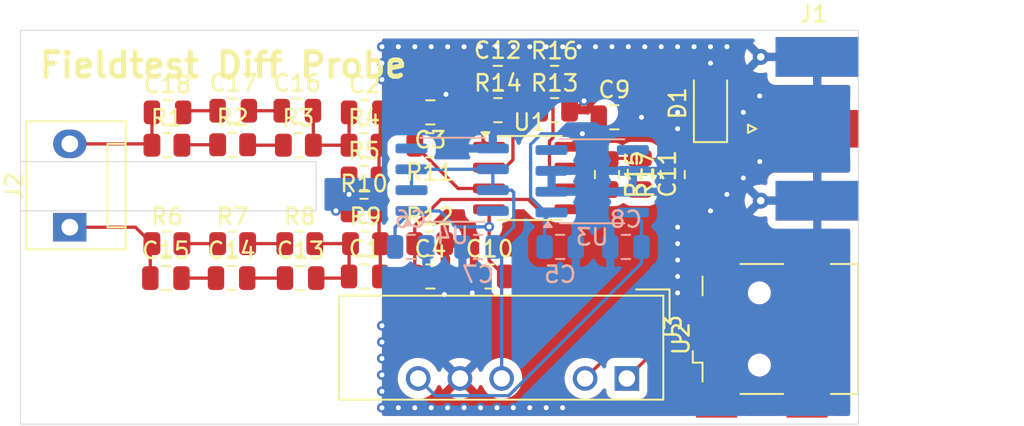
<source format=kicad_pcb>
(kicad_pcb (version 20240108) (generator "pcbnew") (generator_version "8.0")
  (layers (0 "F.Cu" signal) (31 "B.Cu" signal) (34 "B.Paste" user) (35 "F.Paste" user) (36 "B.SilkS" user "B.Silkscreen") (37 "F.SilkS" user "F.Silkscreen") (38 "B.Mask" user) (39 "F.Mask" user) (44 "Edge.Cuts" user))
  (net 0 "")
  (net 1 "Net-(C1-Pad1)")
  (net 2 "Net-(U1B-+)")
  (net 3 "Net-(C16-Pad2)")
  (net 4 "Net-(U1A-+)")
  (net 5 "GND")
  (net 6 "Net-(U1C-V+)")
  (net 7 "Net-(U1C-V-)")
  (net 8 "Net-(U2--Vout)")
  (net 9 "Net-(U2-+Vout)")
  (net 10 "Net-(D1-A1)")
  (net 11 "Net-(J2-Pin_1)")
  (net 12 "Net-(J2-Pin_3)")
  (net 13 "D_N")
  (net 14 "GNDD")
  (net 15 "Net-(J3-VBUS)")
  (net 16 "D_P")
  (net 17 "Net-(R1-Pad2)")
  (net 18 "Net-(R2-Pad2)")
  (net 19 "Net-(R6-Pad2)")
  (net 20 "Net-(R7-Pad2)")
  (net 21 "Net-(U1A--)")
  (net 22 "Net-(C11-Pad1)")
  (net 23 "Net-(C12-Pad1)")
  (net 24 "Net-(U1B--)")
  (net 29 "Net-(C13-Pad1)")
  (net 30 "Net-(C14-Pad1)")
  (net 31 "Net-(C16-Pad1)")
  (net 32 "Net-(C17-Pad1)")
  (footprint "Resistor_SMD:R_0805_2012Metric" (layer "F.Cu") (at 124.5125 85.865)
    (property "Reference" "R13" (at 0 -1.65 0) (layer "F.SilkS"))
    (property "Value" "10k")
    (fp_line (start -0.227064 -0.735) (end 0.227064 -0.735) (stroke (width 0.12)) (layer "F.SilkS"))
    (fp_line (start -0.227064 0.735) (end 0.227064 0.735) (stroke (width 0.12)) (layer "F.SilkS"))
    (pad "1" smd roundrect (at -0.9125 0) (size 1.025 1.4) (layers "F.Cu" "F.Paste" "F.Mask") (roundrect_rratio 0.243902) (net 21 "Net-(U1A--)"))
    (pad "2" smd roundrect (at 0.9125 0) (size 1.025 1.4) (layers "F.Cu" "F.Paste" "F.Mask") (roundrect_rratio 0.243902) (net 5 "GND"))
  )
  (footprint "Connector_Coaxial:SMA_Molex_73251-1153_EdgeMount_Horizontal" (layer "F.Cu") (at 138.78 87 180)
    (property "Reference" "J1" (at -1.5 7 0) (layer "F.SilkS"))
    (property "Value" "Conn_Coaxial")
    (fp_line (start 2.5 0.25) (end 2 0) (stroke (width 0.12)) (layer "F.SilkS"))
    (fp_line (start 2.5 -0.25) (end 2.5 0.25) (stroke (width 0.12)) (layer "F.SilkS"))
    (fp_line (start 2 0) (end 2.5 -0.25) (stroke (width 0.12)) (layer "F.SilkS"))
    (pad "1" smd rect (at -1.72 0 180) (size 5.08 2.29) (layers "F.Cu" "F.Paste" "F.Mask") (net 10 "Net-(D1-A1)"))
    (pad "2" smd rect (at -1.72 -4.38 180) (size 5.08 2.42) (layers "F.Cu" "F.Paste" "F.Mask") (net 5 "GND"))
    (pad "2" smd rect (at -1.72 -4.38 180) (size 5.08 2.42) (layers "B.Cu" "B.Paste" "B.Mask") (net 5 "GND"))
    (pad "2" smd rect (at -1.72 4.38 180) (size 5.08 2.42) (layers "F.Cu" "F.Paste" "F.Mask") (net 5 "GND"))
    (pad "2" smd rect (at -1.72 4.38 180) (size 5.08 2.42) (layers "B.Cu" "B.Paste" "B.Mask") (net 5 "GND"))
    (pad "2" smd rect (at 1.27 -4.38 180) (size 0.95 0.46) (layers "F.Cu") (net 5 "GND"))
    (pad "2" smd rect (at 1.27 -4.38 180) (size 0.95 0.46) (layers "B.Cu") (net 5 "GND"))
    (pad "2" smd rect (at 1.27 4.38 180) (size 0.95 0.46) (layers "F.Cu") (net 5 "GND"))
    (pad "2" smd rect (at 1.27 4.38 180) (size 0.95 0.46) (layers "B.Cu") (net 5 "GND"))
    (pad "2" thru_hole circle (at 1.72 -4.38 180) (size 0.97 0.97) (drill 0.46) (layers "*.Cu") (net 5 "GND"))
    (pad "2" thru_hole circle (at 1.72 4.38 180) (size 0.97 0.97) (drill 0.46) (layers "*.Cu") (net 5 "GND"))
  )
  (footprint "Connector_USB:USB_Mini-B_Wuerth_65100516121_Horizontal" (layer "F.Cu") (at 136.975 99.2 90)
    (property "Reference" "J3" (at 0 -5.25 90) (layer "F.SilkS"))
    (property "Value" "USB_A")
    (fp_line (start -2.05 -4.05) (end -1.35 -4.05) (stroke (width 0.12)) (layer "F.SilkS"))
    (fp_line (start 2.05 -3.46) (end 3.2 -3.46) (stroke (width 0.12)) (layer "F.SilkS"))
    (fp_line (start -2.05 -3.46) (end -2.05 -4.05) (stroke (width 0.12)) (layer "F.SilkS"))
    (fp_line (start -3.2 -3.46) (end -2.05 -3.46) (stroke (width 0.12)) (layer "F.SilkS"))
    (fp_line (start 3.96 -1.15) (end 3.96 1.45) (stroke (width 0.12)) (layer "F.SilkS"))
    (fp_line (start -3.96 1.45) (end -3.96 -1.15) (stroke (width 0.12)) (layer "F.SilkS"))
    (fp_line (start -3.96 4.35) (end -3.96 6.01) (stroke (width 0.12)) (layer "F.SilkS"))
    (fp_line (start 3.96 6.01) (end 3.96 4.35) (stroke (width 0.12)) (layer "F.SilkS"))
    (fp_line (start -3.96 6.01) (end 3.96 6.01) (stroke (width 0.12)) (layer "F.SilkS"))
    (pad "" np_thru_hole circle (at -2.2 0 90) (size 0.9 0.9) (drill 0.9) (layers "*.Cu" "*.Mask"))
    (pad "" np_thru_hole circle (at 2.2 0 90) (size 0.9 0.9) (drill 0.9) (layers "*.Cu" "*.Mask"))
    (pad "1" smd rect (at -1.6 -2.6 90) (size 0.5 2.5) (layers "F.Cu" "F.Paste" "F.Mask") (net 15 "Net-(J3-VBUS)"))
    (pad "2" smd rect (at -0.8 -2.6 90) (size 0.5 2.5) (layers "F.Cu" "F.Paste" "F.Mask") (net 13 "D_N"))
    (pad "3" smd rect (at 0 -2.6 90) (size 0.5 2.5) (layers "F.Cu" "F.Paste" "F.Mask") (net 16 "D_P"))
    (pad "4" smd rect (at 0.8 -2.6 90) (size 0.5 2.5) (layers "F.Cu" "F.Paste" "F.Mask") (net 14 "GNDD"))
    (pad "5" smd rect (at 1.6 -2.6 90) (size 0.5 2.5) (layers "F.Cu" "F.Paste" "F.Mask") (net 14 "GNDD"))
    (pad "6" smd rect (at -4.4 -2.6 90) (size 2 2.5) (layers "F.Cu" "F.Paste" "F.Mask"))
    (pad "6" smd rect (at -4.4 2.9 90) (size 2 2.5) (layers "F.Cu" "F.Paste" "F.Mask"))
    (pad "6" smd rect (at 4.4 -2.6 90) (size 2 2.5) (layers "F.Cu" "F.Paste" "F.Mask"))
    (pad "6" smd rect (at 4.4 2.9 90) (size 2 2.5) (layers "F.Cu" "F.Paste" "F.Mask"))
  )
  (footprint "Resistor_SMD:R_0805_2012Metric" (layer "F.Cu") (at 131.7 89.7875 90)
    (property "Reference" "R17" (at 0 -1.65 90) (layer "F.SilkS"))
    (property "Value" "50R")
    (fp_line (start -0.227064 -0.735) (end 0.227064 -0.735) (stroke (width 0.12)) (layer "F.SilkS"))
    (fp_line (start -0.227064 0.735) (end 0.227064 0.735) (stroke (width 0.12)) (layer "F.SilkS"))
    (pad "1" smd roundrect (at -0.9125 0 90) (size 1.025 1.4) (layers "F.Cu" "F.Paste" "F.Mask") (roundrect_rratio 0.243902) (net 10 "Net-(D1-A1)"))
    (pad "2" smd roundrect (at 0.9125 0 90) (size 1.025 1.4) (layers "F.Cu" "F.Paste" "F.Mask") (roundrect_rratio 0.243902) (net 22 "Net-(C11-Pad1)"))
  )
  (footprint "Package_SO:SOIC-8_3.9x4.9mm_P1.27mm" (layer "F.Cu") (at 123 90)
    (property "Reference" "U1" (at 0 -3.4 0) (layer "F.SilkS"))
    (property "Value" "LM4562")
    (fp_line (start 0 -2.56) (end -1.95 -2.56) (stroke (width 0.12)) (layer "F.SilkS"))
    (fp_line (start 0 -2.56) (end 1.95 -2.56) (stroke (width 0.12)) (layer "F.SilkS"))
    (fp_line (start 0 2.56) (end -1.95 2.56) (stroke (width 0.12)) (layer "F.SilkS"))
    (fp_line (start 0 2.56) (end 1.95 2.56) (stroke (width 0.12)) (layer "F.SilkS"))
    (fp_poly (pts (xy -2.7 -2.465) (xy -2.94 -2.795) (xy -2.46 -2.795) (xy -2.7 -2.465)) (stroke (width 0.12)) (fill solid) (layer "F.SilkS"))
    (pad "1" smd roundrect (at -2.475 -1.905) (size 1.95 0.6) (layers "F.Cu" "F.Paste" "F.Mask") (net 23 "Net-(C12-Pad1)"))
    (pad "2" smd roundrect (at -2.475 -0.635) (size 1.95 0.6) (layers "F.Cu" "F.Paste" "F.Mask") (net 21 "Net-(U1A--)"))
    (pad "3" smd roundrect (at -2.475 0.635) (size 1.95 0.6) (layers "F.Cu" "F.Paste" "F.Mask") (net 4 "Net-(U1A-+)"))
    (pad "4" smd roundrect (at -2.475 1.905) (size 1.95 0.6) (layers "F.Cu" "F.Paste" "F.Mask") (net 7 "Net-(U1C-V-)"))
    (pad "5" smd roundrect (at 2.475 1.905) (size 1.95 0.6) (layers "F.Cu" "F.Paste" "F.Mask") (net 2 "Net-(U1B-+)"))
    (pad "6" smd roundrect (at 2.475 0.635) (size 1.95 0.6) (layers "F.Cu" "F.Paste" "F.Mask") (net 24 "Net-(U1B--)"))
    (pad "7" smd roundrect (at 2.475 -0.635) (size 1.95 0.6) (layers "F.Cu" "F.Paste" "F.Mask") (net 22 "Net-(C11-Pad1)"))
    (pad "8" smd roundrect (at 2.475 -1.905) (size 1.95 0.6) (layers "F.Cu" "F.Paste" "F.Mask") (net 6 "Net-(U1C-V+)"))
  )
  (footprint "Capacitor_SMD:C_0805_2012Metric" (layer "F.Cu") (at 104.95 85.9)
    (property "Reference" "C17" (at 0 -1.68 0) (layer "F.SilkS"))
    (property "Value" "33p")
    (fp_line (start -0.261252 -0.735) (end 0.261252 -0.735) (stroke (width 0.12)) (layer "F.SilkS"))
    (fp_line (start -0.261252 0.735) (end 0.261252 0.735) (stroke (width 0.12)) (layer "F.SilkS"))
    (pad "1" smd roundrect (at -0.95 0) (size 1 1.45) (layers "F.Cu" "F.Paste" "F.Mask") (net 32 "Net-(C17-Pad1)"))
    (pad "2" smd roundrect (at 0.95 0) (size 1 1.45) (layers "F.Cu" "F.Paste" "F.Mask") (net 31 "Net-(C16-Pad1)"))
  )
  (footprint "Resistor_SMD:R_0805_2012Metric" (layer "F.Cu") (at 100.9125 94)
    (property "Reference" "R6" (at 0 -1.65 0) (layer "F.SilkS"))
    (property "Value" "270K")
    (fp_line (start -0.227064 -0.735) (end 0.227064 -0.735) (stroke (width 0.12)) (layer "F.SilkS"))
    (fp_line (start -0.227064 0.735) (end 0.227064 0.735) (stroke (width 0.12)) (layer "F.SilkS"))
    (pad "1" smd roundrect (at -0.9125 0) (size 1.025 1.4) (layers "F.Cu" "F.Paste" "F.Mask") (roundrect_rratio 0.243902) (net 11 "Net-(J2-Pin_1)"))
    (pad "2" smd roundrect (at 0.9125 0) (size 1.025 1.4) (layers "F.Cu" "F.Paste" "F.Mask") (roundrect_rratio 0.243902) (net 19 "Net-(R6-Pad2)"))
  )
  (footprint "Resistor_SMD:R_0805_2012Metric" (layer "F.Cu") (at 112.9125 88)
    (property "Reference" "R4" (at 0 -1.65 0) (layer "F.SilkS"))
    (property "Value" "270K")
    (fp_line (start -0.227064 -0.735) (end 0.227064 -0.735) (stroke (width 0.12)) (layer "F.SilkS"))
    (fp_line (start -0.227064 0.735) (end 0.227064 0.735) (stroke (width 0.12)) (layer "F.SilkS"))
    (pad "1" smd roundrect (at -0.9125 0) (size 1.025 1.4) (layers "F.Cu" "F.Paste" "F.Mask") (roundrect_rratio 0.243902) (net 3 "Net-(C16-Pad2)"))
    (pad "2" smd roundrect (at 0.9125 0) (size 1.025 1.4) (layers "F.Cu" "F.Paste" "F.Mask") (roundrect_rratio 0.243902) (net 4 "Net-(U1A-+)"))
  )
  (footprint "Resistor_SMD:R_0805_2012Metric" (layer "F.Cu") (at 112.9125 92)
    (property "Reference" "R10" (at 0 -1.65 0) (layer "F.SilkS"))
    (property "Value" "10k9")
    (fp_line (start -0.227064 -0.735) (end 0.227064 -0.735) (stroke (width 0.12)) (layer "F.SilkS"))
    (fp_line (start -0.227064 0.735) (end 0.227064 0.735) (stroke (width 0.12)) (layer "F.SilkS"))
    (pad "1" smd roundrect (at -0.9125 0) (size 1.025 1.4) (layers "F.Cu" "F.Paste" "F.Mask") (roundrect_rratio 0.243902) (net 5 "GND"))
    (pad "2" smd roundrect (at 0.9125 0) (size 1.025 1.4) (layers "F.Cu" "F.Paste" "F.Mask") (roundrect_rratio 0.243902) (net 2 "Net-(U1B-+)"))
  )
  (footprint "Capacitor_SMD:C_0805_2012Metric" (layer "F.Cu") (at 108.85 85.9)
    (property "Reference" "C16" (at 0 -1.68 0) (layer "F.SilkS"))
    (property "Value" "33p")
    (fp_line (start -0.261252 -0.735) (end 0.261252 -0.735) (stroke (width 0.12)) (layer "F.SilkS"))
    (fp_line (start -0.261252 0.735) (end 0.261252 0.735) (stroke (width 0.12)) (layer "F.SilkS"))
    (pad "1" smd roundrect (at -0.95 0) (size 1 1.45) (layers "F.Cu" "F.Paste" "F.Mask") (net 31 "Net-(C16-Pad1)"))
    (pad "2" smd roundrect (at 0.95 0) (size 1 1.45) (layers "F.Cu" "F.Paste" "F.Mask") (net 3 "Net-(C16-Pad2)"))
  )
  (footprint "Resistor_SMD:R_0805_2012Metric" (layer "F.Cu") (at 109 94)
    (property "Reference" "R8" (at 0 -1.65 0) (layer "F.SilkS"))
    (property "Value" "270K")
    (fp_line (start -0.227064 -0.735) (end 0.227064 -0.735) (stroke (width 0.12)) (layer "F.SilkS"))
    (fp_line (start -0.227064 0.735) (end 0.227064 0.735) (stroke (width 0.12)) (layer "F.SilkS"))
    (pad "1" smd roundrect (at -0.9125 0) (size 1.025 1.4) (layers "F.Cu" "F.Paste" "F.Mask") (roundrect_rratio 0.243902) (net 20 "Net-(R7-Pad2)"))
    (pad "2" smd roundrect (at 0.9125 0) (size 1.025 1.4) (layers "F.Cu" "F.Paste" "F.Mask") (roundrect_rratio 0.243902) (net 1 "Net-(C1-Pad1)"))
  )
  (footprint "Capacitor_SMD:C_0805_2012Metric" (layer "F.Cu") (at 121.05 83.9)
    (property "Reference" "C12" (at 0 -1.68 360) (layer "F.SilkS"))
    (property "Value" "5p")
    (fp_line (start -0.261252 -0.735) (end 0.261252 -0.735) (stroke (width 0.12)) (layer "F.SilkS"))
    (fp_line (start -0.261252 0.735) (end 0.261252 0.735) (stroke (width 0.12)) (layer "F.SilkS"))
    (pad "1" smd roundrect (at -0.95 0) (size 1 1.45) (layers "F.Cu" "F.Paste" "F.Mask") (net 23 "Net-(C12-Pad1)"))
    (pad "2" smd roundrect (at 0.95 0) (size 1 1.45) (layers "F.Cu" "F.Paste" "F.Mask") (net 21 "Net-(U1A--)"))
  )
  (footprint "Capacitor_SMD:C_0805_2012Metric" (layer "F.Cu") (at 116.95 96)
    (property "Reference" "C4" (at 0 -1.68 0) (layer "F.SilkS"))
    (property "Value" "33p")
    (fp_line (start -0.261252 -0.735) (end 0.261252 -0.735) (stroke (width 0.12)) (layer "F.SilkS"))
    (fp_line (start -0.261252 0.735) (end 0.261252 0.735) (stroke (width 0.12)) (layer "F.SilkS"))
    (pad "1" smd roundrect (at -0.95 0) (size 1 1.45) (layers "F.Cu" "F.Paste" "F.Mask") (net 2 "Net-(U1B-+)"))
    (pad "2" smd roundrect (at 0.95 0) (size 1 1.45) (layers "F.Cu" "F.Paste" "F.Mask") (net 5 "GND"))
  )
  (footprint "Capacitor_SMD:C_0805_2012Metric" (layer "F.Cu") (at 100.95 86)
    (property "Reference" "C18" (at 0 -1.68 0) (layer "F.SilkS"))
    (property "Value" "33p")
    (fp_line (start -0.261252 -0.735) (end 0.261252 -0.735) (stroke (width 0.12)) (layer "F.SilkS"))
    (fp_line (start -0.261252 0.735) (end 0.261252 0.735) (stroke (width 0.12)) (layer "F.SilkS"))
    (pad "1" smd roundrect (at -0.95 0) (size 1 1.45) (layers "F.Cu" "F.Paste" "F.Mask") (net 12 "Net-(J2-Pin_3)"))
    (pad "2" smd roundrect (at 0.95 0) (size 1 1.45) (layers "F.Cu" "F.Paste" "F.Mask") (net 32 "Net-(C17-Pad1)"))
  )
  (footprint "Resistor_SMD:R_0805_2012Metric" (layer "F.Cu") (at 112.9125 90)
    (property "Reference" "R5" (at 0 -1.65 0) (layer "F.SilkS"))
    (property "Value" "10k9")
    (fp_line (start -0.227064 -0.735) (end 0.227064 -0.735) (stroke (width 0.12)) (layer "F.SilkS"))
    (fp_line (start -0.227064 0.735) (end 0.227064 0.735) (stroke (width 0.12)) (layer "F.SilkS"))
    (pad "1" smd roundrect (at -0.9125 0) (size 1.025 1.4) (layers "F.Cu" "F.Paste" "F.Mask") (roundrect_rratio 0.243902) (net 5 "GND"))
    (pad "2" smd roundrect (at 0.9125 0) (size 1.025 1.4) (layers "F.Cu" "F.Paste" "F.Mask") (roundrect_rratio 0.243902) (net 4 "Net-(U1A-+)"))
  )
  (footprint "Resistor_SMD:R_0805_2012Metric" (layer "F.Cu") (at 127.7 89.7875 -90)
    (property "Reference" "R15" (at 0 -1.65 90) (layer "F.SilkS"))
    (property "Value" "10k")
    (fp_line (start -0.227064 0.735) (end 0.227064 0.735) (stroke (width 0.12)) (layer "F.SilkS"))
    (fp_line (start -0.227064 -0.735) (end 0.227064 -0.735) (stroke (width 0.12)) (layer "F.SilkS"))
    (pad "1" smd roundrect (at -0.9125 0 270) (size 1.025 1.4) (layers "F.Cu" "F.Paste" "F.Mask") (roundrect_rratio 0.243902) (net 22 "Net-(C11-Pad1)"))
    (pad "2" smd roundrect (at 0.9125 0 270) (size 1.025 1.4) (layers "F.Cu" "F.Paste" "F.Mask") (roundrect_rratio 0.243902) (net 24 "Net-(U1B--)"))
  )
  (footprint "Resistor_SMD:R_0805_2012Metric" (layer "F.Cu") (at 104.9125 94)
    (property "Reference" "R7" (at 0 -1.65 0) (layer "F.SilkS"))
    (property "Value" "270K")
    (fp_line (start -0.227064 -0.735) (end 0.227064 -0.735) (stroke (width 0.12)) (layer "F.SilkS"))
    (fp_line (start -0.227064 0.735) (end 0.227064 0.735) (stroke (width 0.12)) (layer "F.SilkS"))
    (pad "1" smd roundrect (at -0.9125 0) (size 1.025 1.4) (layers "F.Cu" "F.Paste" "F.Mask") (roundrect_rratio 0.243902) (net 19 "Net-(R6-Pad2)"))
    (pad "2" smd roundrect (at 0.9125 0) (size 1.025 1.4) (layers "F.Cu" "F.Paste" "F.Mask") (roundrect_rratio 0.243902) (net 20 "Net-(R7-Pad2)"))
  )
  (footprint "Diode_SMD:D_SMF" (layer "F.Cu") (at 134 85.45 90)
    (property "Reference" "D1" (at 0 -2 90) (layer "F.SilkS"))
    (property "Value" "SMF24A")
    (fp_line (start -2.36 -1.01) (end 1.4 -1.01) (stroke (width 0.12)) (layer "F.SilkS"))
    (fp_line (start -2.36 -1.01) (end -2.36 1.01) (stroke (width 0.12)) (layer "F.SilkS"))
    (fp_line (start -2.36 1.01) (end 1.4 1.01) (stroke (width 0.12)) (layer "F.SilkS"))
    (pad "1" smd roundrect (at -1.45 0 90) (size 1.3 1.4) (layers "F.Cu" "F.Paste" "F.Mask") (roundrect_rratio 0.1923076923) (net 10 "Net-(D1-A1)"))
    (pad "2" smd roundrect (at 1.45 0 90) (size 1.3 1.4) (layers "F.Cu" "F.Paste" "F.Mask") (roundrect_rratio 0.1923076923) (net 5 "GND"))
  )
  (footprint "Capacitor_SMD:C_0805_2012Metric" (layer "F.Cu") (at 104.85 96.1)
    (property "Reference" "C14" (at 0 -1.68 0) (layer "F.SilkS"))
    (property "Value" "33p")
    (fp_line (start -0.261252 -0.735) (end 0.261252 -0.735) (stroke (width 0.12)) (layer "F.SilkS"))
    (fp_line (start -0.261252 0.735) (end 0.261252 0.735) (stroke (width 0.12)) (layer "F.SilkS"))
    (pad "1" smd roundrect (at -0.95 0) (size 1 1.45) (layers "F.Cu" "F.Paste" "F.Mask") (net 30 "Net-(C14-Pad1)"))
    (pad "2" smd roundrect (at 0.95 0) (size 1 1.45) (layers "F.Cu" "F.Paste" "F.Mask") (net 29 "Net-(C13-Pad1)"))
  )
  (footprint "Resistor_SMD:R_0805_2012Metric" (layer "F.Cu") (at 116.9125 88 180)
    (property "Reference" "R11" (at 0 -1.65 0) (layer "F.SilkS"))
    (property "Value" "10k9")
    (fp_line (start -0.227064 0.735) (end 0.227064 0.735) (stroke (width 0.12)) (layer "F.SilkS"))
    (fp_line (start -0.227064 -0.735) (end 0.227064 -0.735) (stroke (width 0.12)) (layer "F.SilkS"))
    (pad "1" smd roundrect (at -0.9125 0 180) (size 1.025 1.4) (layers "F.Cu" "F.Paste" "F.Mask") (roundrect_rratio 0.243902) (net 5 "GND"))
    (pad "2" smd roundrect (at 0.9125 0 180) (size 1.025 1.4) (layers "F.Cu" "F.Paste" "F.Mask") (roundrect_rratio 0.243902) (net 4 "Net-(U1A-+)"))
  )
  (footprint "Resistor_SMD:R_0805_2012Metric" (layer "F.Cu") (at 121.0625 85.865)
    (property "Reference" "R14" (at 0 -1.65 0) (layer "F.SilkS"))
    (property "Value" "10k")
    (fp_line (start -0.227064 -0.735) (end 0.227064 -0.735) (stroke (width 0.12)) (layer "F.SilkS"))
    (fp_line (start -0.227064 0.735) (end 0.227064 0.735) (stroke (width 0.12)) (layer "F.SilkS"))
    (pad "1" smd roundrect (at -0.9125 0) (size 1.025 1.4) (layers "F.Cu" "F.Paste" "F.Mask") (roundrect_rratio 0.243902) (net 23 "Net-(C12-Pad1)"))
    (pad "2" smd roundrect (at 0.9125 0) (size 1.025 1.4) (layers "F.Cu" "F.Paste" "F.Mask") (roundrect_rratio 0.243902) (net 21 "Net-(U1A--)"))
  )
  (footprint "Capacitor_SMD:C_0805_2012Metric" (layer "F.Cu") (at 109.05 96.1)
    (property "Reference" "C13" (at 0 -1.68 0) (layer "F.SilkS"))
    (property "Value" "33p")
    (fp_line (start -0.261252 -0.735) (end 0.261252 -0.735) (stroke (width 0.12)) (layer "F.SilkS"))
    (fp_line (start -0.261252 0.735) (end 0.261252 0.735) (stroke (width 0.12)) (layer "F.SilkS"))
    (pad "1" smd roundrect (at -0.95 0) (size 1 1.45) (layers "F.Cu" "F.Paste" "F.Mask") (net 29 "Net-(C13-Pad1)"))
    (pad "2" smd roundrect (at 0.95 0) (size 1 1.45) (layers "F.Cu" "F.Paste" "F.Mask") (net 1 "Net-(C1-Pad1)"))
  )
  (footprint "Capacitor_SMD:C_0805_2012Metric" (layer "F.Cu") (at 112.95 96)
    (property "Reference" "C1" (at 0 -1.68 0) (layer "F.SilkS"))
    (property "Value" "33p")
    (fp_line (start -0.261252 -0.735) (end 0.261252 -0.735) (stroke (width 0.12)) (layer "F.SilkS"))
    (fp_line (start -0.261252 0.735) (end 0.261252 0.735) (stroke (width 0.12)) (layer "F.SilkS"))
    (pad "1" smd roundrect (at -0.95 0) (size 1 1.45) (layers "F.Cu" "F.Paste" "F.Mask") (net 1 "Net-(C1-Pad1)"))
    (pad "2" smd roundrect (at 0.95 0) (size 1 1.45) (layers "F.Cu" "F.Paste" "F.Mask") (net 2 "Net-(U1B-+)"))
  )
  (footprint "Capacitor_SMD:C_0805_2012Metric" (layer "F.Cu") (at 120.55 96)
    (property "Reference" "C10" (at 0 -1.68 0) (layer "F.SilkS"))
    (property "Value" "100nF")
    (fp_line (start -0.261252 -0.735) (end 0.261252 -0.735) (stroke (width 0.12)) (layer "F.SilkS"))
    (fp_line (start -0.261252 0.735) (end 0.261252 0.735) (stroke (width 0.12)) (layer "F.SilkS"))
    (pad "1" smd roundrect (at -0.95 0) (size 1 1.45) (layers "F.Cu" "F.Paste" "F.Mask") (net 5 "GND"))
    (pad "2" smd roundrect (at 0.95 0) (size 1 1.45) (layers "F.Cu" "F.Paste" "F.Mask") (net 7 "Net-(U1C-V-)"))
  )
  (footprint "Capacitor_SMD:C_0805_2012Metric" (layer "F.Cu") (at 128.15 86.3)
    (property "Reference" "C9" (at 0 -1.68 0) (layer "F.SilkS"))
    (property "Value" "100nF")
    (fp_line (start -0.261252 -0.735) (end 0.261252 -0.735) (stroke (width 0.12)) (layer "F.SilkS"))
    (fp_line (start -0.261252 0.735) (end 0.261252 0.735) (stroke (width 0.12)) (layer "F.SilkS"))
    (pad "1" smd roundrect (at -0.95 0) (size 1 1.45) (layers "F.Cu" "F.Paste" "F.Mask") (net 6 "Net-(U1C-V+)"))
    (pad "2" smd roundrect (at 0.95 0) (size 1 1.45) (layers "F.Cu" "F.Paste" "F.Mask") (net 5 "GND"))
  )
  (footprint "Resistor_SMD:R_0805_2012Metric" (layer "F.Cu") (at 104.9125 87.975)
    (property "Reference" "R2" (at 0 -1.65 0) (layer "F.SilkS"))
    (property "Value" "270K")
    (fp_line (start -0.227064 -0.735) (end 0.227064 -0.735) (stroke (width 0.12)) (layer "F.SilkS"))
    (fp_line (start -0.227064 0.735) (end 0.227064 0.735) (stroke (width 0.12)) (layer "F.SilkS"))
    (pad "1" smd roundrect (at -0.9125 0) (size 1.025 1.4) (layers "F.Cu" "F.Paste" "F.Mask") (roundrect_rratio 0.243902) (net 17 "Net-(R1-Pad2)"))
    (pad "2" smd roundrect (at 0.9125 0) (size 1.025 1.4) (layers "F.Cu" "F.Paste" "F.Mask") (roundrect_rratio 0.243902) (net 18 "Net-(R2-Pad2)"))
  )
  (footprint "Capacitor_SMD:C_0805_2012Metric" (layer "F.Cu") (at 112.95 86)
    (property "Reference" "C2" (at 0 -1.68 0) (layer "F.SilkS"))
    (property "Value" "33p")
    (fp_line (start -0.261252 -0.735) (end 0.261252 -0.735) (stroke (width 0.12)) (layer "F.SilkS"))
    (fp_line (start -0.261252 0.735) (end 0.261252 0.735) (stroke (width 0.12)) (layer "F.SilkS"))
    (pad "1" smd roundrect (at -0.95 0) (size 1 1.45) (layers "F.Cu" "F.Paste" "F.Mask") (net 3 "Net-(C16-Pad2)"))
    (pad "2" smd roundrect (at 0.95 0) (size 1 1.45) (layers "F.Cu" "F.Paste" "F.Mask") (net 4 "Net-(U1A-+)"))
  )
  (footprint "Resistor_SMD:R_0805_2012Metric" (layer "F.Cu") (at 116.9125 94)
    (property "Reference" "R12" (at 0 -1.65 0) (layer "F.SilkS"))
    (property "Value" "10k9")
    (fp_line (start -0.227064 -0.735) (end 0.227064 -0.735) (stroke (width 0.12)) (layer "F.SilkS"))
    (fp_line (start -0.227064 0.735) (end 0.227064 0.735) (stroke (width 0.12)) (layer "F.SilkS"))
    (pad "1" smd roundrect (at -0.9125 0) (size 1.025 1.4) (layers "F.Cu" "F.Paste" "F.Mask") (roundrect_rratio 0.243902) (net 2 "Net-(U1B-+)"))
    (pad "2" smd roundrect (at 0.9125 0) (size 1.025 1.4) (layers "F.Cu" "F.Paste" "F.Mask") (roundrect_rratio 0.243902) (net 5 "GND"))
  )
  (footprint "Resistor_SMD:R_0805_2012Metric" (layer "F.Cu") (at 108.9125 88)
    (property "Reference" "R3" (at 0 -1.65 0) (layer "F.SilkS"))
    (property "Value" "270K")
    (fp_line (start -0.227064 -0.735) (end 0.227064 -0.735) (stroke (width 0.12)) (layer "F.SilkS"))
    (fp_line (start -0.227064 0.735) (end 0.227064 0.735) (stroke (width 0.12)) (layer "F.SilkS"))
    (pad "1" smd roundrect (at -0.9125 0) (size 1.025 1.4) (layers "F.Cu" "F.Paste" "F.Mask") (roundrect_rratio 0.243902) (net 18 "Net-(R2-Pad2)"))
    (pad "2" smd roundrect (at 0.9125 0) (size 1.025 1.4) (layers "F.Cu" "F.Paste" "F.Mask") (roundrect_rratio 0.243902) (net 3 "Net-(C16-Pad2)"))
  )
  (footprint "Connector:FanPinHeader_1x03_P2.54mm_Vertical" (layer "F.Cu") (at 95 93 90)
    (property "Reference" "J2" (at 2.5 -3.4 90) (layer "F.SilkS"))
    (property "Value" "Conn_01x03")
    (fp_line (start 6.45 -2.65) (end 6.45 3.4) (stroke (width 0.12)) (layer "F.SilkS"))
    (fp_line (start -1.35 -2.65) (end 6.45 -2.65) (stroke (width 0.12)) (layer "F.SilkS"))
    (fp_line (start 5.08 2.29) (end 5.08 3.3) (stroke (width 0.12)) (layer "F.SilkS"))
    (fp_line (start 0 2.29) (end 5.08 2.29) (stroke (width 0.12)) (layer "F.SilkS"))
    (fp_line (start 0 3.3) (end 0 2.29) (stroke (width 0.12)) (layer "F.SilkS"))
    (fp_line (start 6.45 3.4) (end -1.35 3.4) (stroke (width 0.12)) (layer "F.SilkS"))
    (fp_line (start -1.35 3.4) (end -1.35 -2.65) (stroke (width 0.12)) (layer "F.SilkS"))
    (pad "1" thru_hole rect (at 0 0 180) (size 2.03 1.73) (drill 1.02) (layers "*.Cu" "*.Mask") (net 11 "Net-(J2-Pin_1)"))
    (pad "3" thru_hole oval (at 5.08 0 180) (size 2.03 1.73) (drill 1.02) (layers "*.Cu" "*.Mask") (net 12 "Net-(J2-Pin_3)"))
  )
  (footprint "Resistor_SMD:R_0805_2012Metric" (layer "F.Cu") (at 113 94)
    (property "Reference" "R9" (at 0 -1.65 0) (layer "F.SilkS"))
    (property "Value" "270K")
    (fp_line (start -0.227064 -0.735) (end 0.227064 -0.735) (stroke (width 0.12)) (layer "F.SilkS"))
    (fp_line (start -0.227064 0.735) (end 0.227064 0.735) (stroke (width 0.12)) (layer "F.SilkS"))
    (pad "1" smd roundrect (at -0.9125 0) (size 1.025 1.4) (layers "F.Cu" "F.Paste" "F.Mask") (roundrect_rratio 0.243902) (net 1 "Net-(C1-Pad1)"))
    (pad "2" smd roundrect (at 0.9125 0) (size 1.025 1.4) (layers "F.Cu" "F.Paste" "F.Mask") (roundrect_rratio 0.243902) (net 2 "Net-(U1B-+)"))
  )
  (footprint "Resistor_SMD:R_0805_2012Metric" (layer "F.Cu") (at 124.5125 83.9)
    (property "Reference" "R16" (at 0 -1.65 0) (layer "F.SilkS"))
    (property "Value" "10k")
    (fp_line (start -0.227064 -0.735) (end 0.227064 -0.735) (stroke (width 0.12)) (layer "F.SilkS"))
    (fp_line (start -0.227064 0.735) (end 0.227064 0.735) (stroke (width 0.12)) (layer "F.SilkS"))
    (pad "1" smd roundrect (at -0.9125 0) (size 1.025 1.4) (layers "F.Cu" "F.Paste" "F.Mask") (roundrect_rratio 0.243902) (net 23 "Net-(C12-Pad1)"))
    (pad "2" smd roundrect (at 0.9125 0) (size 1.025 1.4) (layers "F.Cu" "F.Paste" "F.Mask") (roundrect_rratio 0.243902) (net 24 "Net-(U1B--)"))
  )
  (footprint "Capacitor_SMD:C_0805_2012Metric" (layer "F.Cu") (at 129.7 89.75 -90)
    (property "Reference" "C11" (at 0 -1.68 90) (layer "F.SilkS"))
    (property "Value" "5p")
    (fp_line (start -0.261252 0.735) (end 0.261252 0.735) (stroke (width 0.12)) (layer "F.SilkS"))
    (fp_line (start -0.261252 -0.735) (end 0.261252 -0.735) (stroke (width 0.12)) (layer "F.SilkS"))
    (pad "1" smd roundrect (at -0.95 0 270) (size 1 1.45) (layers "F.Cu" "F.Paste" "F.Mask") (net 22 "Net-(C11-Pad1)"))
    (pad "2" smd roundrect (at 0.95 0 270) (size 1 1.45) (layers "F.Cu" "F.Paste" "F.Mask") (net 24 "Net-(U1B--)"))
  )
  (footprint "Capacitor_SMD:C_0805_2012Metric" (layer "F.Cu") (at 116.95 86 180)
    (property "Reference" "C3" (at 0 -1.68 0) (layer "F.SilkS"))
    (property "Value" "33p")
    (fp_line (start -0.261252 0.735) (end 0.261252 0.735) (stroke (width 0.12)) (layer "F.SilkS"))
    (fp_line (start -0.261252 -0.735) (end 0.261252 -0.735) (stroke (width 0.12)) (layer "F.SilkS"))
    (pad "1" smd roundrect (at -0.95 0 180) (size 1 1.45) (layers "F.Cu" "F.Paste" "F.Mask") (net 5 "GND"))
    (pad "2" smd roundrect (at 0.95 0 180) (size 1 1.45) (layers "F.Cu" "F.Paste" "F.Mask") (net 4 "Net-(U1A-+)"))
  )
  (footprint "Capacitor_SMD:C_0805_2012Metric" (layer "F.Cu") (at 100.85 96.1)
    (property "Reference" "C15" (at 0 -1.68 0) (layer "F.SilkS"))
    (property "Value" "33p")
    (fp_line (start -0.261252 -0.735) (end 0.261252 -0.735) (stroke (width 0.12)) (layer "F.SilkS"))
    (fp_line (start -0.261252 0.735) (end 0.261252 0.735) (stroke (width 0.12)) (layer "F.SilkS"))
    (pad "1" smd roundrect (at -0.95 0) (size 1 1.45) (layers "F.Cu" "F.Paste" "F.Mask") (net 11 "Net-(J2-Pin_1)"))
    (pad "2" smd roundrect (at 0.95 0) (size 1 1.45) (layers "F.Cu" "F.Paste" "F.Mask") (net 30 "Net-(C14-Pad1)"))
  )
  (footprint "Resistor_SMD:R_0805_2012Metric" (layer "F.Cu") (at 100.9125 88)
    (property "Reference" "R1" (at 0 -1.65 0) (layer "F.SilkS"))
    (property "Value" "270K")
    (fp_line (start -0.227064 -0.735) (end 0.227064 -0.735) (stroke (width 0.12)) (layer "F.SilkS"))
    (fp_line (start -0.227064 0.735) (end 0.227064 0.735) (stroke (width 0.12)) (layer "F.SilkS"))
    (pad "1" smd roundrect (at -0.9125 0) (size 1.025 1.4) (layers "F.Cu" "F.Paste" "F.Mask") (roundrect_rratio 0.243902) (net 12 "Net-(J2-Pin_3)"))
    (pad "2" smd roundrect (at 0.9125 0) (size 1.025 1.4) (layers "F.Cu" "F.Paste" "F.Mask") (roundrect_rratio 0.243902) (net 17 "Net-(R1-Pad2)"))
  )
  (footprint "Converter_DCDC:Converter_DCDC_TRACO_TMA-05xxD_12xxD_Dual_THT" (layer "F.Cu") (at 128.9075 102.215 -90)
    (property "Reference" "U2" (at -2.425 -3.3 90) (layer "F.SilkS"))
    (property "Value" "TMA-1215D")
    (fp_line (start -5.045 17.52) (end 1.295 17.52) (stroke (width 0.12)) (layer "F.SilkS"))
    (fp_line (start -5.425 -0.566667) (end -5.425 -2.6) (stroke (width 0.12)) (layer "F.SilkS"))
    (fp_line (start -5.045 -2.22) (end -5.045 17.52) (stroke (width 0.12)) (layer "F.SilkS"))
    (fp_line (start -5.045 -2.22) (end 1.295 -2.22) (stroke (width 0.12)) (layer "F.SilkS"))
    (fp_line (start 1.295 -2.22) (end 1.295 17.52) (stroke (width 0.12)) (layer "F.SilkS"))
    (fp_line (start -5.425 -2.6) (end -3.391667 -2.6) (stroke (width 0.12)) (layer "F.SilkS"))
    (pad "1" thru_hole rect (at 0 0 270) (size 1.5 1.5) (drill 1) (layers "*.Cu" "*.Mask") (net 15 "Net-(J3-VBUS)"))
    (pad "2" thru_hole circle (at 0 2.54 270) (size 1.5 1.5) (drill 1) (layers "*.Cu" "*.Mask") (net 14 "GNDD"))
    (pad "4" thru_hole circle (at 0 7.62 270) (size 1.5 1.5) (drill 1) (layers "*.Cu" "*.Mask") (net 8 "Net-(U2--Vout)"))
    (pad "5" thru_hole circle (at 0 10.16 270) (size 1.5 1.5) (drill 1) (layers "*.Cu" "*.Mask") (net 5 "GND"))
    (pad "6" thru_hole circle (at 0 12.7 270) (size 1.5 1.5) (drill 1) (layers "*.Cu" "*.Mask") (net 9 "Net-(U2-+Vout)"))
  )
  (footprint "Package_SO:SOIC-8_3.9x4.9mm_P1.27mm" (layer "B.Cu") (at 118.275 90.105)
    (property "Reference" "U4" (at 0 3.4 0) (layer "B.SilkS") (effects (justify mirror)))
    (property "Value" "MC79L12_SO8")
    (fp_line (start -1.95 -2.56) (end 0 -2.56) (stroke (width 0.12)) (layer "B.SilkS"))
    (fp_line (start -1.95 2.56) (end 0 2.56) (stroke (width 0.12)) (layer "B.SilkS"))
    (fp_line (start 1.95 -2.56) (end 0 -2.56) (stroke (width 0.12)) (layer "B.SilkS"))
    (fp_line (start 1.95 2.56) (end 0 2.56) (stroke (width 0.12)) (layer "B.SilkS"))
    (fp_poly (pts (xy -2.7 2.465) (xy -2.94 2.795) (xy -2.46 2.795) (xy -2.7 2.465)) (stroke (width 0.12)) (fill solid) (layer "B.SilkS"))
    (pad "1" smd roundrect (at -2.475 1.905) (size 1.95 0.6) (layers "B.Cu" "B.Paste" "B.Mask") (net 7 "Net-(U1C-V-)"))
    (pad "2" smd roundrect (at -2.475 0.635) (size 1.95 0.6) (layers "B.Cu" "B.Paste" "B.Mask") (net 8 "Net-(U2--Vout)"))
    (pad "3" smd roundrect (at -2.475 -0.635) (size 1.95 0.6) (layers "B.Cu" "B.Paste" "B.Mask") (net 8 "Net-(U2--Vout)"))
    (pad "4" smd roundrect (at -2.475 -1.905) (size 1.95 0.6) (layers "B.Cu" "B.Paste" "B.Mask"))
    (pad "5" smd roundrect (at 2.475 -1.905) (size 1.95 0.6) (layers "B.Cu" "B.Paste" "B.Mask") (net 5 "GND"))
    (pad "6" smd roundrect (at 2.475 -0.635) (size 1.95 0.6) (layers "B.Cu" "B.Paste" "B.Mask") (net 8 "Net-(U2--Vout)"))
    (pad "7" smd roundrect (at 2.475 0.635) (size 1.95 0.6) (layers "B.Cu" "B.Paste" "B.Mask") (net 8 "Net-(U2--Vout)"))
    (pad "8" smd roundrect (at 2.475 1.905) (size 1.95 0.6) (layers "B.Cu" "B.Paste" "B.Mask"))
  )
  (footprint "Capacitor_SMD:C_0805_2012Metric" (layer "B.Cu") (at 115.75 94.2 180)
    (property "Reference" "C6" (at 0 1.68 0) (layer "B.SilkS") (effects (justify mirror)))
    (property "Value" "100nF")
    (fp_line (start 0.261252 0.735) (end -0.261252 0.735) (stroke (width 0.12)) (layer "B.SilkS"))
    (fp_line (start 0.261252 -0.735) (end -0.261252 -0.735) (stroke (width 0.12)) (layer "B.SilkS"))
    (pad "1" smd roundrect (at -0.95 0 180) (size 1 1.45) (layers "B.Cu" "B.Paste" "B.Mask") (net 5 "GND"))
    (pad "2" smd roundrect (at 0.95 0 180) (size 1 1.45) (layers "B.Cu" "B.Paste" "B.Mask") (net 7 "Net-(U1C-V-)"))
  )
  (footprint "Capacitor_SMD:C_0805_2012Metric" (layer "B.Cu") (at 128.85 94.2 180)
    (property "Reference" "C8" (at 0 1.68 0) (layer "B.SilkS") (effects (justify mirror)))
    (property "Value" "100nF")
    (fp_line (start 0.261252 0.735) (end -0.261252 0.735) (stroke (width 0.12)) (layer "B.SilkS"))
    (fp_line (start 0.261252 -0.735) (end -0.261252 -0.735) (stroke (width 0.12)) (layer "B.SilkS"))
    (pad "1" smd roundrect (at -0.95 0 180) (size 1 1.45) (layers "B.Cu" "B.Paste" "B.Mask") (net 9 "Net-(U2-+Vout)"))
    (pad "2" smd roundrect (at 0.95 0 180) (size 1 1.45) (layers "B.Cu" "B.Paste" "B.Mask") (net 5 "GND"))
  )
  (footprint "Capacitor_SMD:C_0805_2012Metric" (layer "B.Cu") (at 124.85 94.2)
    (property "Reference" "C5" (at 0 1.68 0) (layer "B.SilkS") (effects (justify mirror)))
    (property "Value" "100nF")
    (fp_line (start 0.261252 -0.735) (end -0.261252 -0.735) (stroke (width 0.12)) (layer "B.SilkS"))
    (fp_line (start 0.261252 0.735) (end -0.261252 0.735) (stroke (width 0.12)) (layer "B.SilkS"))
    (pad "1" smd roundrect (at -0.95 0) (size 1 1.45) (layers "B.Cu" "B.Paste" "B.Mask") (net 6 "Net-(U1C-V+)"))
    (pad "2" smd roundrect (at 0.95 0) (size 1 1.45) (layers "B.Cu" "B.Paste" "B.Mask") (net 5 "GND"))
  )
  (footprint "Capacitor_SMD:C_0805_2012Metric" (layer "B.Cu") (at 119.85 94.2)
    (property "Reference" "C7" (at 0 1.68 0) (layer "B.SilkS") (effects (justify mirror)))
    (property "Value" "100nF")
    (fp_line (start 0.261252 -0.735) (end -0.261252 -0.735) (stroke (width 0.12)) (layer "B.SilkS"))
    (fp_line (start 0.261252 0.735) (end -0.261252 0.735) (stroke (width 0.12)) (layer "B.SilkS"))
    (pad "1" smd roundrect (at -0.95 0) (size 1 1.45) (layers "B.Cu" "B.Paste" "B.Mask") (net 5 "GND"))
    (pad "2" smd roundrect (at 0.95 0) (size 1 1.45) (layers "B.Cu" "B.Paste" "B.Mask") (net 8 "Net-(U2--Vout)"))
  )
  (footprint "Package_SO:SOIC-8_3.9x4.9mm_P1.27mm" (layer "B.Cu") (at 126.8 90.2)
    (property "Reference" "U3" (at 0 3.4 0) (layer "B.SilkS") (effects (justify mirror)))
    (property "Value" "MC78L12_SO8")
    (fp_line (start -1.95 -2.56) (end 0 -2.56) (stroke (width 0.12)) (layer "B.SilkS"))
    (fp_line (start -1.95 2.56) (end 0 2.56) (stroke (width 0.12)) (layer "B.SilkS"))
    (fp_line (start 1.95 -2.56) (end 0 -2.56) (stroke (width 0.12)) (layer "B.SilkS"))
    (fp_line (start 1.95 2.56) (end 0 2.56) (stroke (width 0.12)) (layer "B.SilkS"))
    (fp_poly (pts (xy -2.7 2.465) (xy -2.94 2.795) (xy -2.46 2.795) (xy -2.7 2.465)) (stroke (width 0.12)) (fill solid) (layer "B.SilkS"))
    (pad "1" smd roundrect (at -2.475 1.905) (size 1.95 0.6) (layers "B.Cu" "B.Paste" "B.Mask") (net 6 "Net-(U1C-V+)"))
    (pad "2" smd roundrect (at -2.475 0.635) (size 1.95 0.6) (layers "B.Cu" "B.Paste" "B.Mask") (net 5 "GND"))
    (pad "3" smd roundrect (at -2.475 -0.635) (size 1.95 0.6) (layers "B.Cu" "B.Paste" "B.Mask") (net 5 "GND"))
    (pad "4" smd roundrect (at -2.475 -1.905) (size 1.95 0.6) (layers "B.Cu" "B.Paste" "B.Mask"))
    (pad "5" smd roundrect (at 2.475 -1.905) (size 1.95 0.6) (layers "B.Cu" "B.Paste" "B.Mask"))
    (pad "6" smd roundrect (at 2.475 -0.635) (size 1.95 0.6) (layers "B.Cu" "B.Paste" "B.Mask") (net 5 "GND"))
    (pad "7" smd roundrect (at 2.475 0.635) (size 1.95 0.6) (layers "B.Cu" "B.Paste" "B.Mask") (net 5 "GND"))
    (pad "8" smd roundrect (at 2.475 1.905) (size 1.95 0.6) (layers "B.Cu" "B.Paste" "B.Mask") (net 9 "Net-(U2-+Vout)"))
  )
  (gr_rect (start 92 81) (end 143 105) (stroke (width 0.05)) (fill none) (layer "Edge.Cuts"))
  (gr_line (start 92 92) (end 110 92) (stroke (width 0.05)) (layer "Edge.Cuts"))
  (gr_line (start 110 89) (end 110 92) (stroke (width 0.05)) (layer "Edge.Cuts"))
  (gr_line (start 92 89) (end 110 89) (stroke (width 0.05)) (layer "Edge.Cuts"))
  (gr_text "Fieldtest Diff Probe" (at 93 84 0) (layer "F.SilkS") (effects (font (size 1.5 1.5) (thickness 0.3) (bold yes)) (justify left bottom)))
  (segment (start 112 96) (end 111.8 96) (width 0.2) (layer "F.Cu") (net 1))
  (segment (start 111.8 96) (end 111.7 96.1) (width 0.2) (layer "F.Cu") (net 1))
  (segment (start 112 96) (end 112 94.0875) (width 0.2) (layer "F.Cu") (net 1))
  (segment (start 109.9125 94) (end 112.0875 94) (width 0.2) (layer "F.Cu") (net 1))
  (segment (start 111.7 96.1) (end 110 96.1) (width 0.2) (layer "F.Cu") (net 1))
  (segment (start 112 94.0875) (end 112.0875 94) (width 0.2) (layer "F.Cu") (net 1))
  (segment (start 116 92.9) (end 116 94) (width 0.2) (layer "F.Cu") (net 2))
  (segment (start 116 94) (end 116 96) (width 0.2) (layer "F.Cu") (net 2))
  (segment (start 125.475 91.905) (end 123.505 91.905) (width 0.2) (layer "F.Cu") (net 2))
  (segment (start 113.825 92) (end 113.825 93.9125) (width 0.2) (layer "F.Cu") (net 2))
  (segment (start 117.595 91.305) (end 116 92.9) (width 0.2) (layer "F.Cu") (net 2))
  (segment (start 113.9 94.0125) (end 113.9125 94) (width 0.2) (layer "F.Cu") (net 2))
  (segment (start 123.505 91.905) (end 122.905 91.305) (width 0.2) (layer "F.Cu") (net 2))
  (segment (start 113.825 93.9125) (end 113.9125 94) (width 0.2) (layer "F.Cu") (net 2))
  (segment (start 122.905 91.305) (end 117.595 91.305) (width 0.2) (layer "F.Cu") (net 2))
  (segment (start 113.9 96) (end 113.9 94.0125) (width 0.2) (layer "F.Cu") (net 2))
  (segment (start 116 96) (end 113.9 96) (width 0.2) (layer "F.Cu") (net 2))
  (segment (start 109.825 85.925) (end 109.8 85.9) (width 0.2) (layer "F.Cu") (net 3))
  (segment (start 109.825 88) (end 109.825 85.925) (width 0.2) (layer "F.Cu") (net 3))
  (segment (start 112 88) (end 112 86) (width 0.2) (layer "F.Cu") (net 3))
  (segment (start 112 88) (end 109.825 88) (width 0.2) (layer "F.Cu") (net 3))
  (segment (start 116 86) (end 113.9 86) (width 0.2) (layer "F.Cu") (net 4))
  (segment (start 113.9 87.925) (end 113.825 88) (width 0.2) (layer "F.Cu") (net 4))
  (segment (start 113.825 88) (end 113.825 90) (width 0.2) (layer "F.Cu") (net 4))
  (segment (start 113.9 86) (end 113.9 87.925) (width 0.2) (layer "F.Cu") (net 4))
  (segment (start 116 88) (end 116 86) (width 0.2) (layer "F.Cu") (net 4))
  (segment (start 120.525 90.635) (end 118.635 90.635) (width 0.2) (layer "F.Cu") (net 4))
  (segment (start 118.635 90.635) (end 116 88) (width 0.2) (layer "F.Cu") (net 4))
  (segment (start 112 92) (end 112 91) (width 0.2) (layer "F.Cu") (net 5))
  (segment (start 112 92) (end 111.2 92) (width 0.2) (layer "F.Cu") (net 5))
  (segment (start 117.825 95.925) (end 117.9 96) (width 0.2) (layer "F.Cu") (net 5))
  (segment (start 117.825 88) (end 117.825 86.075) (width 0.2) (layer "F.Cu") (net 5))
  (segment (start 125.425 85.865) (end 125.735 85.865) (width 0.2) (layer "F.Cu") (net 5))
  (segment (start 112 91) (end 112 90) (width 0.2) (layer "F.Cu") (net 5))
  (segment (start 117.825 86.075) (end 117.9 86) (width 0.2) (layer "F.Cu") (net 5))
  (segment (start 125.735 85.865) (end 126.3 85.3) (width 0.2) (layer "F.Cu") (net 5))
  (segment (start 117.825 94) (end 117.825 95.925) (width 0.2) (layer "F.Cu") (net 5))
  (segment (start 129.1 86.3) (end 129.8 86.3) (width 0.2) (layer "F.Cu") (net 5))
  (segment (start 117.9 86) (end 117.9 84.9) (width 0.2) (layer "F.Cu") (net 5))
  (segment (start 134 84) (end 134 83) (width 0.2) (layer "F.Cu") (net 5))
  (segment (start 117.9 96) (end 117.9 97) (width 0.2) (layer "F.Cu") (net 5))
  (segment (start 117.9 97) (end 117.8 97.1) (width 0.2) (layer "F.Cu") (net 5))
  (segment (start 119.6 96) (end 119.6 96.9) (width 0.2) (layer "F.Cu") (net 5))
  (segment (start 119.6 96.9) (end 119.5 97) (width 0.2) (layer "F.Cu") (net 5))
  (via (at 115 82) (size 0.6) (drill 0.3) (layers "F.Cu" "B.Cu") (net 5))
  (via (at 136 90) (size 0.6) (drill 0.3) (layers "F.Cu" "B.Cu") (net 5))
  (via (at 114 84) (size 0.6) (drill 0.3) (layers "F.Cu" "B.Cu") (net 5))
  (via (at 132 97) (size 0.6) (drill 0.3) (layers "F.Cu" "B.Cu") (net 5))
  (via (at 114 101) (size 0.6) (drill 0.3) (layers "F.Cu" "B.Cu") (net 5))
  (via (at 121 82) (size 0.6) (drill 0.3) (layers "F.Cu" "B.Cu") (net 5))
  (via (at 122 82) (size 0.6) (drill 0.3) (layers "F.Cu" "B.Cu") (net 5))
  (via (at 118 82) (size 0.6) (drill 0.3) (layers "F.Cu" "B.Cu") (net 5))
  (via (at 135 82) (size 0.6) (drill 0.3) (layers "F.Cu" "B.Cu") (net 5))
  (via (at 132 82) (size 0.6) (drill 0.3) (layers "F.Cu" "B.Cu") (net 5))
  (via (at 116 82) (size 0.6) (drill 0.3) (layers "F.Cu" "B.Cu") (net 5))
  (via (at 114 83) (size 0.6) (drill 0.3) (layers "F.Cu" "B.Cu") (net 5))
  (via (at 125 82) (size 0.6) (drill 0.3) (layers "F.Cu" "B.Cu") (net 5))
  (via (at 124 104) (size 0.6) (drill 0.3) (layers "F.Cu" "B.Cu") (net 5))
  (via (at 136 86) (size 0.6) (drill 0.3) (layers "F.Cu" "B.Cu") (net 5))
  (via (at 126.3 85.3) (size 0.6) (drill 0.3) (layers "F.Cu" "B.Cu") (net 5))
  (via (at 114 103) (size 0.6) (drill 0.3) (layers "F.Cu" "B.Cu") (net 5))
  (via (at 127 82) (size 0.6) (drill 0.3) (layers "F.Cu" "B.Cu") (net 5))
  (via (at 129.8 86.3) (size 0.6) (drill 0.3) (layers "F.Cu" "B.Cu") (net 5))
  (via (at 119 82) (size 0.6) (drill 0.3) (layers "F.Cu" "B.Cu") (net 5))
  (via (at 132 93) (size 0.6) (drill 0.3) (layers "F.Cu" "B.Cu") (net 5))
  (via (at 114 99) (size 0.6) (drill 0.3) (layers "F.Cu" "B.Cu") (net 5))
  (via (at 134 92) (size 0.6) (drill 0.3) (layers "F.Cu" "B.Cu") (net 5))
  (via (at 125 104) (size 0.6) (drill 0.3) (layers "F.Cu" "B.Cu") (net 5))
  (via (at 124 82) (size 0.6) (drill 0.3) (layers "F.Cu" "B.Cu") (net 5))
  (via (at 116 104) (size 0.6) (drill 0.3) (layers "F.Cu" "B.Cu") (net 5))
  (via (at 132 86) (size 0.6) (drill 0.3) (layers "F.Cu" "B.Cu") (net 5))
  (via (at 117 104) (size 0.6) (drill 0.3) (layers "F.Cu" "B.Cu") (net 5))
  (via (at 134 83) (size 0.6) (drill 0.3) (layers "F.Cu" "B.Cu") (net 5))
  (via (at 132 87) (size 0.6) (drill 0.3) (layers "F.Cu" "B.Cu") (net 5))
  (via (at 120 104) (size 0.6) (drill 0.3) (layers "F.Cu" "B.Cu") (net 5))
  (via (at 129 82) (size 0.6) (drill 0.3) (layers "F.Cu" "B.Cu") (net 5))
  (via (at 115 104) (size 0.6) (drill 0.3) (layers "F.Cu" "B.Cu") (net 5))
  (via (at 137 89) (size 0.6) (drill 0.3) (layers "F.Cu" "B.Cu") (net 5))
  (via (at 114 102) (size 0.6) (drill 0.3) (layers "F.Cu" "B.Cu") (net 5))
  (via (at 119 104) (size 0.6) (drill 0.3) (layers "F.Cu" "B.Cu") (net 5))
  (via (at 118 104) (size 0.6) (drill 0.3) (layers "F.Cu" "B.Cu") (net 5))
  (via (at 117 82) (size 0.6) (drill 0.3) (layers "F.Cu" "B.Cu") (net 5))
  (via (at 130 82) (size 0.6) (drill 0.3) (layers "F.Cu" "B.Cu") (net 5))
  (via (at 117.8 97.1) (size 0.6) (drill 0.3) (layers "F.Cu" "B.Cu") (net 5))
  (via (at 131 82) (size 0.6) (drill 0.3) (layers "F.Cu" "B.Cu") (net 5))
  (via (at 132 96) (size 0.6) (drill 0.3) (layers "F.Cu" "B.Cu") (net 5))
  (via (at 134 82) (size 0.6) (drill 0.3) (layers "F.Cu" "B.Cu") (net 5))
  (via (at 126 82) (size 0.6) (drill 0.3) (layers "F.Cu" "B.Cu") (net 5))
  (via (at 128 82) (size 0.6) (drill 0.3) (layers "F.Cu" "B.Cu") (net 5))
  (via (at 122 104) (size 0.6) (drill 0.3) (layers "F.Cu" "B.Cu") (net 5))
  (via (at 123 82) (size 0.6) (drill 0.3) (layers "F.Cu" "B.Cu") (net 5))
  (via (at 133 82) (size 0.6) (drill 0.3) (layers "F.Cu" "B.Cu") (net 5))
  (via (at 119.5 97) (size 0.6) (drill 0.3) (layers "F.Cu" "B.Cu") (net 5))
  (via (at 112 91) (size 0.6) (drill 0.3) (layers "F.Cu" "B.Cu") (net 5))
  (via (at 120 82) (size 0.6) (drill 0.3) (layers "F.Cu" "B.Cu") (net 5))
  (via (at 114 104) (size 0.6) (drill 0.3) (layers "F.Cu" "B.Cu") (net 5))
  (via (at 111.2 92) (size 0.6) (drill 0.3) (layers "F.Cu" "B.Cu") (net 5))
  (via (at 121 104) (size 0.6) (drill 0.3) (layers "F.Cu" "B.Cu") (net 5))
  (via (at 137 85) (size 0.6) (drill 0.3) (layers "F.Cu" "B.Cu") (net 5))
  (via (at 114 82) (size 0.6) (drill 0.3) (layers "F.Cu" "B.Cu") (net 5))
  (via (at 135 91) (size 0.6) (drill 0.3) (layers "F.Cu" "B.Cu") (net 5))
  (via (at 114 100) (size 0.6) (drill 0.3) (layers "F.Cu" "B.Cu") (net 5))
  (via (at 132 94) (size 0.6) (drill 0.3) (layers "F.Cu" "B.Cu") (net 5))
  (via (at 117.9 84.9) (size 0.6) (drill 0.3) (layers "F.Cu" "B.Cu") (net 5))
  (via (at 132 95) (size 0.6) (drill 0.3) (layers "F.Cu" "B.Cu") (net 5))
  (via (at 123 104) (size 0.6) (drill 0.3) (layers "F.Cu" "B.Cu") (net 5))
  (segment (start 124.325 90.835) (end 129.275 90.835) (width 0.2) (layer "B.Cu") (net 5))
  (segment (start 129.275 89.565) (end 129.275 90.835) (width 0.2) (layer "B.Cu") (net 5))
  (segment (start 124.325 89.565) (end 124.325 90.835) (width 0.2) (layer "B.Cu") (net 5))
  (segment (start 129.275 89.565) (end 124.325 89.565) (width 0.2) (layer "B.Cu") (net 5))
  (segment (start 127.2 86.3) (end 126.2 87.3) (width 0.2) (layer "F.Cu") (net 6))
  (segment (start 125.475 88.025) (end 125.475 88.095) (width 0.2) (layer "F.Cu") (net 6))
  (segment (start 126.2 87.3) (end 125.475 88.025) (width 0.2) (layer "F.Cu") (net 6))
  (via (at 126.2 87.3) (size 0.6) (drill 0.3) (layers "F.Cu" "B.Cu") (net 6))
  (segment (start 123.9 92.53) (end 124.325 92.105) (width 0.2) (layer "B.Cu") (net 6))
  (segment (start 123.05 91.175552) (end 123.05 87.954448) (width 0.2) (layer "B.Cu") (net 6))
  (segment (start 123.704448 87.3) (end 126.2 87.3) (width 0.2) (layer "B.Cu") (net 6))
  (segment (start 123.05 87.954448) (end 123.704448 87.3) (width 0.2) (layer "B.Cu") (net 6))
  (segment (start 124.325 92.105) (end 123.979448 92.105) (width 0.2) (layer "B.Cu") (net 6))
  (segment (start 123.9 94.2) (end 123.9 92.53) (width 0.2) (layer "B.Cu") (net 6))
  (segment (start 123.979448 92.105) (end 123.05 91.175552) (width 0.2) (layer "B.Cu") (net 6))
  (segment (start 120.525 92.974229) (end 120.525771 92.975) (width 0.2) (layer "F.Cu") (net 7))
  (segment (start 120.525 91.905) (end 120.525 92.974229) (width 0.2) (layer "F.Cu") (net 7))
  (segment (start 120.525 95.025) (end 121.5 96) (width 0.2) (layer "F.Cu") (net 7))
  (segment (start 120.525 91.905) (end 120.525 95.025) (width 0.2) (layer "F.Cu") (net 7))
  (via (at 120.525771 92.975) (size 0.6) (drill 0.3) (layers "F.Cu" "B.Cu") (net 7))
  (segment (start 118.475 92.975) (end 117.5 92) (width 0.2) (layer "B.Cu") (net 7))
  (segment (start 114.8 94.2) (end 114.8 93.01) (width 0.2) (layer "B.Cu") (net 7))
  (segment (start 120.525771 92.975) (end 118.475 92.975) (width 0.2) (layer "B.Cu") (net 7))
  (segment (start 117.49 92.01) (end 115.8 92.01) (width 0.2) (layer "B.Cu") (net 7))
  (segment (start 114.8 93.01) (end 115.8 92.01) (width 0.2) (layer "B.Cu") (net 7))
  (segment (start 117.5 92) (end 117.49 92.01) (width 0.2) (layer "B.Cu") (net 7))
  (segment (start 115.8 89.47) (end 115.8 90.74) (width 0.2) (layer "B.Cu") (net 8))
  (segment (start 122.025 90.88) (end 121.885 90.74) (width 0.2) (layer "B.Cu") (net 8))
  (segment (start 115.8 89.47) (end 120.75 89.47) (width 0.2) (layer "B.Cu") (net 8))
  (segment (start 121.885 90.74) (end 120.75 90.74) (width 0.2) (layer "B.Cu") (net 8))
  (segment (start 120.8 94.2) (end 122.025 92.975) (width 0.2) (layer "B.Cu") (net 8))
  (segment (start 122.025 92.975) (end 122.025 90.88) (width 0.2) (layer "B.Cu") (net 8))
  (segment (start 120.75 89.47) (end 120.75 90.74) (width 0.2) (layer "B.Cu") (net 8))
  (segment (start 121.2875 102.215) (end 121.2875 94.6875) (width 0.2) (layer "B.Cu") (net 8))
  (segment (start 121.2875 94.6875) (end 120.8 94.2) (width 0.2) (layer "B.Cu") (net 8))
  (segment (start 129.8 92.63) (end 129.275 92.105) (width 0.2) (layer "B.Cu") (net 9))
  (segment (start 116.2075 102.215) (end 117.2575 103.265) (width 0.2) (layer "B.Cu") (net 9))
  (segment (start 121.722425 103.265) (end 129.8 95.187425) (width 0.2) (layer "B.Cu") (net 9))
  (segment (start 117.2575 103.265) (end 121.722425 103.265) (width 0.2) (layer "B.Cu") (net 9))
  (segment (start 129.8 94.2) (end 129.8 92.63) (width 0.2) (layer "B.Cu") (net 9))
  (segment (start 129.8 95.187425) (end 129.8 94.2) (width 0.2) (layer "B.Cu") (net 9))
  (segment (start 134 89) (end 134.5 89.5) (width 0.2) (layer "F.Cu") (net 10))
  (segment (start 134 86.9) (end 134 89) (width 0.2) (layer "F.Cu") (net 10))
  (segment (start 133.3 90.7) (end 134.5 89.5) (width 0.2) (layer "F.Cu") (net 10))
  (segment (start 134.5 89.5) (end 137 87) (width 0.2) (layer "F.Cu") (net 10))
  (segment (start 137 87) (end 140.5 87) (width 0.2) (layer "F.Cu") (net 10))
  (segment (start 133.3 90.7) (end 131.7 90.7) (width 0.2) (layer "F.Cu") (net 10))
  (segment (start 99.9 96.1) (end 99.9 94.1) (width 0.2) (layer "F.Cu") (net 11))
  (segment (start 99 93) (end 100 94) (width 0.2) (layer "F.Cu") (net 11))
  (segment (start 95 93) (end 99 93) (width 0.2) (layer "F.Cu") (net 11))
  (segment (start 99.9 94.1) (end 100 94) (width 0.2) (layer "F.Cu") (net 11))
  (segment (start 95 87.92) (end 99.92 87.92) (width 0.2) (layer "F.Cu") (net 12))
  (segment (start 99.92 87.92) (end 100 88) (width 0.2) (layer "F.Cu") (net 12))
  (segment (start 100 86) (end 100 88) (width 0.2) (layer "F.Cu") (net 12))
  (segment (start 133.9 97.6) (end 133.9 98.4) (width 0.2) (layer "F.Cu") (net 14))
  (segment (start 130.1825 98.4) (end 133.9 98.4) (width 0.2) (layer "F.Cu") (net 14))
  (segment (start 126.3675 102.215) (end 130.1825 98.4) (width 0.2) (layer "F.Cu") (net 14))
  (segment (start 133.9 100.8) (end 130.3225 100.8) (width 0.2) (layer "F.Cu") (net 15))
  (segment (start 130.3225 100.8) (end 128.9075 102.215) (width 0.2) (layer "F.Cu") (net 15))
  (segment (start 104 87.975) (end 101.85 87.975) (width 0.2) (layer "F.Cu") (net 17))
  (segment (start 101.85 87.975) (end 101.825 88) (width 0.2) (layer "F.Cu") (net 17))
  (segment (start 105.85 88) (end 105.825 87.975) (width 0.2) (layer "F.Cu") (net 18))
  (segment (start 108 88) (end 105.85 88) (width 0.2) (layer "F.Cu") (net 18))
  (segment (start 101.825 94) (end 104 94) (width 0.2) (layer "F.Cu") (net 19))
  (segment (start 105.825 94) (end 108.0875 94) (width 0.2) (layer "F.Cu") (net 20))
  (segment (start 122 83.9) (end 122 85.84) (width 0.2) (layer "F.Cu") (net 21))
  (segment (start 121.499999 89.365) (end 121.975 88.889999) (width 0.2) (layer "F.Cu") (net 21))
  (segment (start 122 85.84) (end 121.975 85.865) (width 0.2) (layer "F.Cu") (net 21))
  (segment (start 121.975 88.889999) (end 121.975 85.865) (width 0.2) (layer "F.Cu") (net 21))
  (segment (start 123.6 85.865) (end 121.975 85.865) (width 0.2) (layer "F.Cu") (net 21))
  (segment (start 120.525 89.365) (end 121.499999 89.365) (width 0.2) (layer "F.Cu") (net 21))
  (segment (start 127.21 89.365) (end 127.7 88.875) (width 0.2) (layer "F.Cu") (net 22))
  (segment (start 127.775 88.8) (end 127.7 88.875) (width 0.2) (layer "F.Cu") (net 22))
  (segment (start 125.475 89.365) (end 127.21 89.365) (width 0.2) (layer "F.Cu") (net 22))
  (segment (start 131.7 88.875) (end 129.775 88.875) (width 0.2) (layer "F.Cu") (net 22))
  (segment (start 129.7 88.8) (end 127.775 88.8) (width 0.2) (layer "F.Cu") (net 22))
  (segment (start 129.775 88.875) (end 129.7 88.8) (width 0.2) (layer "F.Cu") (net 22))
  (segment (start 121.125 82.875) (end 120.1 83.9) (width 0.2) (layer "F.Cu") (net 23))
  (segment (start 123.6 83.9) (end 122.575 82.875) (width 0.2) (layer "F.Cu") (net 23))
  (segment (start 120.15 85.865) (end 120.15 83.95) (width 0.2) (layer "F.Cu") (net 23))
  (segment (start 120.15 87.72) (end 120.15 85.865) (width 0.2) (layer "F.Cu") (net 23))
  (segment (start 120.15 83.95) (end 120.1 83.9) (width 0.2) (layer "F.Cu") (net 23))
  (segment (start 120.15 83.925) (end 120.175 83.9) (width 0.2) (layer "F.Cu") (net 23))
  (segment (start 120.525 88.095) (end 120.15 87.72) (width 0.2) (layer "F.Cu") (net 23))
  (segment (start 122.575 82.875) (end 121.125 82.875) (width 0.2) (layer "F.Cu") (net 23))
  (segment (start 124.2 90.4) (end 124.435 90.635) (width 0.2) (layer "F.Cu") (net 24))
  (segment (start 124.4125 87.541948) (end 124.2 87.754448) (width 0.2) (layer "F.Cu") (net 24))
  (segment (start 125.54 90.7) (end 125.475 90.635) (width 0.2) (layer "F.Cu") (net 24))
  (segment (start 124.435 90.635) (end 125.475 90.635) (width 0.2) (layer "F.Cu") (net 24))
  (segment (start 129.7 90.7) (end 127.7 90.7) (width 0.2) (layer "F.Cu") (net 24))
  (segment (start 127.7 90.7) (end 125.54 90.7) (width 0.2) (layer "F.Cu") (net 24))
  (segment (start 124.9125 83.9) (end 124.4125 84.4) (width 0.2) (layer "F.Cu") (net 24))
  (segment (start 125.425 83.9) (end 124.9125 83.9) (width 0.2) (layer "F.Cu") (net 24))
  (segment (start 124.2 87.754448) (end 124.2 90.4) (width 0.2) (layer "F.Cu") (net 24))
  (segment (start 124.4125 84.4) (end 124.4125 87.541948) (width 0.2) (layer "F.Cu") (net 24))
  (segment (start 108.1 96.1) (end 105.8 96.1) (width 0.2) (layer "F.Cu") (net 29))
  (segment (start 101.8 96.1) (end 103.9 96.1) (width 0.2) (layer "F.Cu") (net 30))
  (segment (start 107.9 85.9) (end 105.9 85.9) (width 0.2) (layer "F.Cu") (net 31))
  (segment (start 104 85.9) (end 102 85.9) (width 0.2) (layer "F.Cu") (net 32))
  (segment (start 102 85.9) (end 101.9 86) (width 0.2) (layer "F.Cu") (net 32))
  (zone (net 5) (net_name "GND") (layer "F.Cu") (priority 1) (connect_pads (clearance 0.5)) (min_thickness 0.25) (fill yes (thermal_gap 0.5) (thermal_bridge_width 0.5))
    (polygon (pts (xy 114 81) (xy 143 81) (xy 143 105) (xy 114 105)))
  )
  (zone (net 5) (net_name "GND") (layer "B.Cu") (connect_pads (clearance 0.5)) (min_thickness 0.25) (fill yes (thermal_gap 0.5) (thermal_bridge_width 0.5))
    (polygon (pts (xy 114 81) (xy 114 83.5) (xy 114 90) (xy 110.5 90) (xy 110.5 92) (xy 114 92) (xy 114 105) (xy 143 105) (xy 143 81)))
  )
)
</source>
